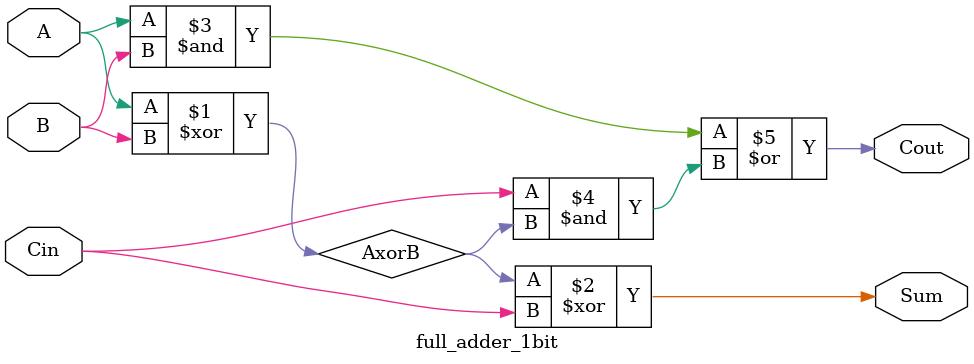
<source format=v>
module full_adder_1bit ( Sum, Cout, Cin, A, B );
   input  Cin, A, B;
   output Sum, Cout;

   assign AxorB = A ^ B; //A XOR B, value used in sum and Cout logic

   assign Sum = AxorB ^ Cin;
   assign Cout = A & B | Cin & AxorB;

endmodule

</source>
